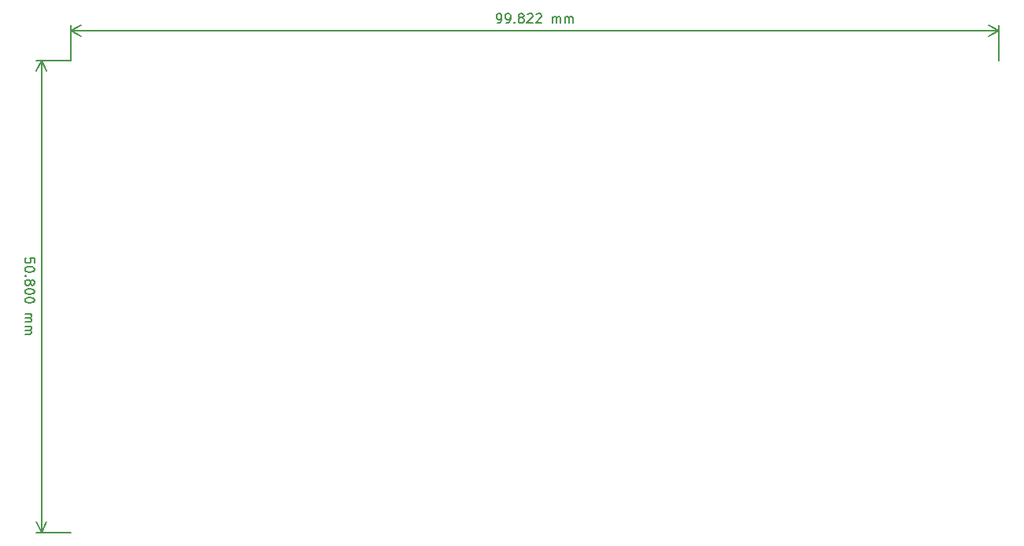
<source format=gbr>
G04 #@! TF.GenerationSoftware,KiCad,Pcbnew,(5.1.5)-3*
G04 #@! TF.CreationDate,2020-03-16T20:43:13+08:00*
G04 #@! TF.ProjectId,sd04,73643034-2e6b-4696-9361-645f70636258,v0.2*
G04 #@! TF.SameCoordinates,PX3e41030PY7464a18*
G04 #@! TF.FileFunction,OtherDrawing,Comment*
%FSLAX46Y46*%
G04 Gerber Fmt 4.6, Leading zero omitted, Abs format (unit mm)*
G04 Created by KiCad (PCBNEW (5.1.5)-3) date 2020-03-16 20:43:13*
%MOMM*%
%LPD*%
G04 APERTURE LIST*
%ADD10C,0.150000*%
G04 APERTURE END LIST*
D10*
X-3927381Y29019048D02*
X-3927381Y29495239D01*
X-4403572Y29542858D01*
X-4355953Y29495239D01*
X-4308334Y29400000D01*
X-4308334Y29161905D01*
X-4355953Y29066667D01*
X-4403572Y29019048D01*
X-4498810Y28971429D01*
X-4736905Y28971429D01*
X-4832143Y29019048D01*
X-4879762Y29066667D01*
X-4927381Y29161905D01*
X-4927381Y29400000D01*
X-4879762Y29495239D01*
X-4832143Y29542858D01*
X-3927381Y28352381D02*
X-3927381Y28257143D01*
X-3975000Y28161905D01*
X-4022620Y28114286D01*
X-4117858Y28066667D01*
X-4308334Y28019048D01*
X-4546429Y28019048D01*
X-4736905Y28066667D01*
X-4832143Y28114286D01*
X-4879762Y28161905D01*
X-4927381Y28257143D01*
X-4927381Y28352381D01*
X-4879762Y28447620D01*
X-4832143Y28495239D01*
X-4736905Y28542858D01*
X-4546429Y28590477D01*
X-4308334Y28590477D01*
X-4117858Y28542858D01*
X-4022620Y28495239D01*
X-3975000Y28447620D01*
X-3927381Y28352381D01*
X-4832143Y27590477D02*
X-4879762Y27542858D01*
X-4927381Y27590477D01*
X-4879762Y27638096D01*
X-4832143Y27590477D01*
X-4927381Y27590477D01*
X-4355953Y26971429D02*
X-4308334Y27066667D01*
X-4260715Y27114286D01*
X-4165477Y27161905D01*
X-4117858Y27161905D01*
X-4022620Y27114286D01*
X-3975000Y27066667D01*
X-3927381Y26971429D01*
X-3927381Y26780953D01*
X-3975000Y26685715D01*
X-4022620Y26638096D01*
X-4117858Y26590477D01*
X-4165477Y26590477D01*
X-4260715Y26638096D01*
X-4308334Y26685715D01*
X-4355953Y26780953D01*
X-4355953Y26971429D01*
X-4403572Y27066667D01*
X-4451191Y27114286D01*
X-4546429Y27161905D01*
X-4736905Y27161905D01*
X-4832143Y27114286D01*
X-4879762Y27066667D01*
X-4927381Y26971429D01*
X-4927381Y26780953D01*
X-4879762Y26685715D01*
X-4832143Y26638096D01*
X-4736905Y26590477D01*
X-4546429Y26590477D01*
X-4451191Y26638096D01*
X-4403572Y26685715D01*
X-4355953Y26780953D01*
X-3927381Y25971429D02*
X-3927381Y25876191D01*
X-3975000Y25780953D01*
X-4022620Y25733334D01*
X-4117858Y25685715D01*
X-4308334Y25638096D01*
X-4546429Y25638096D01*
X-4736905Y25685715D01*
X-4832143Y25733334D01*
X-4879762Y25780953D01*
X-4927381Y25876191D01*
X-4927381Y25971429D01*
X-4879762Y26066667D01*
X-4832143Y26114286D01*
X-4736905Y26161905D01*
X-4546429Y26209524D01*
X-4308334Y26209524D01*
X-4117858Y26161905D01*
X-4022620Y26114286D01*
X-3975000Y26066667D01*
X-3927381Y25971429D01*
X-3927381Y25019048D02*
X-3927381Y24923810D01*
X-3975000Y24828572D01*
X-4022620Y24780953D01*
X-4117858Y24733334D01*
X-4308334Y24685715D01*
X-4546429Y24685715D01*
X-4736905Y24733334D01*
X-4832143Y24780953D01*
X-4879762Y24828572D01*
X-4927381Y24923810D01*
X-4927381Y25019048D01*
X-4879762Y25114286D01*
X-4832143Y25161905D01*
X-4736905Y25209524D01*
X-4546429Y25257143D01*
X-4308334Y25257143D01*
X-4117858Y25209524D01*
X-4022620Y25161905D01*
X-3975000Y25114286D01*
X-3927381Y25019048D01*
X-4927381Y23495239D02*
X-4260715Y23495239D01*
X-4355953Y23495239D02*
X-4308334Y23447620D01*
X-4260715Y23352381D01*
X-4260715Y23209524D01*
X-4308334Y23114286D01*
X-4403572Y23066667D01*
X-4927381Y23066667D01*
X-4403572Y23066667D02*
X-4308334Y23019048D01*
X-4260715Y22923810D01*
X-4260715Y22780953D01*
X-4308334Y22685715D01*
X-4403572Y22638096D01*
X-4927381Y22638096D01*
X-4927381Y22161905D02*
X-4260715Y22161905D01*
X-4355953Y22161905D02*
X-4308334Y22114286D01*
X-4260715Y22019048D01*
X-4260715Y21876191D01*
X-4308334Y21780953D01*
X-4403572Y21733334D01*
X-4927381Y21733334D01*
X-4403572Y21733334D02*
X-4308334Y21685715D01*
X-4260715Y21590477D01*
X-4260715Y21447620D01*
X-4308334Y21352381D01*
X-4403572Y21304762D01*
X-4927381Y21304762D01*
X-3175000Y50800000D02*
X-3175000Y0D01*
X0Y50800000D02*
X-3761421Y50800000D01*
X0Y0D02*
X-3761421Y0D01*
X-3175000Y0D02*
X-3761421Y1126504D01*
X-3175000Y0D02*
X-2588579Y1126504D01*
X-3175000Y50800000D02*
X-3761421Y49673496D01*
X-3175000Y50800000D02*
X-2588579Y49673496D01*
X45863380Y54822620D02*
X46053857Y54822620D01*
X46149095Y54870239D01*
X46196714Y54917858D01*
X46291952Y55060715D01*
X46339571Y55251191D01*
X46339571Y55632143D01*
X46291952Y55727381D01*
X46244333Y55775000D01*
X46149095Y55822620D01*
X45958619Y55822620D01*
X45863380Y55775000D01*
X45815761Y55727381D01*
X45768142Y55632143D01*
X45768142Y55394048D01*
X45815761Y55298810D01*
X45863380Y55251191D01*
X45958619Y55203572D01*
X46149095Y55203572D01*
X46244333Y55251191D01*
X46291952Y55298810D01*
X46339571Y55394048D01*
X46815761Y54822620D02*
X47006238Y54822620D01*
X47101476Y54870239D01*
X47149095Y54917858D01*
X47244333Y55060715D01*
X47291952Y55251191D01*
X47291952Y55632143D01*
X47244333Y55727381D01*
X47196714Y55775000D01*
X47101476Y55822620D01*
X46911000Y55822620D01*
X46815761Y55775000D01*
X46768142Y55727381D01*
X46720523Y55632143D01*
X46720523Y55394048D01*
X46768142Y55298810D01*
X46815761Y55251191D01*
X46911000Y55203572D01*
X47101476Y55203572D01*
X47196714Y55251191D01*
X47244333Y55298810D01*
X47291952Y55394048D01*
X47720523Y54917858D02*
X47768142Y54870239D01*
X47720523Y54822620D01*
X47672904Y54870239D01*
X47720523Y54917858D01*
X47720523Y54822620D01*
X48339571Y55394048D02*
X48244333Y55441667D01*
X48196714Y55489286D01*
X48149095Y55584524D01*
X48149095Y55632143D01*
X48196714Y55727381D01*
X48244333Y55775000D01*
X48339571Y55822620D01*
X48530047Y55822620D01*
X48625285Y55775000D01*
X48672904Y55727381D01*
X48720523Y55632143D01*
X48720523Y55584524D01*
X48672904Y55489286D01*
X48625285Y55441667D01*
X48530047Y55394048D01*
X48339571Y55394048D01*
X48244333Y55346429D01*
X48196714Y55298810D01*
X48149095Y55203572D01*
X48149095Y55013096D01*
X48196714Y54917858D01*
X48244333Y54870239D01*
X48339571Y54822620D01*
X48530047Y54822620D01*
X48625285Y54870239D01*
X48672904Y54917858D01*
X48720523Y55013096D01*
X48720523Y55203572D01*
X48672904Y55298810D01*
X48625285Y55346429D01*
X48530047Y55394048D01*
X49101476Y55727381D02*
X49149095Y55775000D01*
X49244333Y55822620D01*
X49482428Y55822620D01*
X49577666Y55775000D01*
X49625285Y55727381D01*
X49672904Y55632143D01*
X49672904Y55536905D01*
X49625285Y55394048D01*
X49053857Y54822620D01*
X49672904Y54822620D01*
X50053857Y55727381D02*
X50101476Y55775000D01*
X50196714Y55822620D01*
X50434809Y55822620D01*
X50530047Y55775000D01*
X50577666Y55727381D01*
X50625285Y55632143D01*
X50625285Y55536905D01*
X50577666Y55394048D01*
X50006238Y54822620D01*
X50625285Y54822620D01*
X51815761Y54822620D02*
X51815761Y55489286D01*
X51815761Y55394048D02*
X51863380Y55441667D01*
X51958619Y55489286D01*
X52101476Y55489286D01*
X52196714Y55441667D01*
X52244333Y55346429D01*
X52244333Y54822620D01*
X52244333Y55346429D02*
X52291952Y55441667D01*
X52387190Y55489286D01*
X52530047Y55489286D01*
X52625285Y55441667D01*
X52672904Y55346429D01*
X52672904Y54822620D01*
X53149095Y54822620D02*
X53149095Y55489286D01*
X53149095Y55394048D02*
X53196714Y55441667D01*
X53291952Y55489286D01*
X53434809Y55489286D01*
X53530047Y55441667D01*
X53577666Y55346429D01*
X53577666Y54822620D01*
X53577666Y55346429D02*
X53625285Y55441667D01*
X53720523Y55489286D01*
X53863380Y55489286D01*
X53958619Y55441667D01*
X54006238Y55346429D01*
X54006238Y54822620D01*
X0Y53975000D02*
X99822000Y53975000D01*
X0Y50800000D02*
X0Y54561421D01*
X99822000Y50800000D02*
X99822000Y54561421D01*
X99822000Y53975000D02*
X98695496Y53388579D01*
X99822000Y53975000D02*
X98695496Y54561421D01*
X0Y53975000D02*
X1126504Y53388579D01*
X0Y53975000D02*
X1126504Y54561421D01*
M02*

</source>
